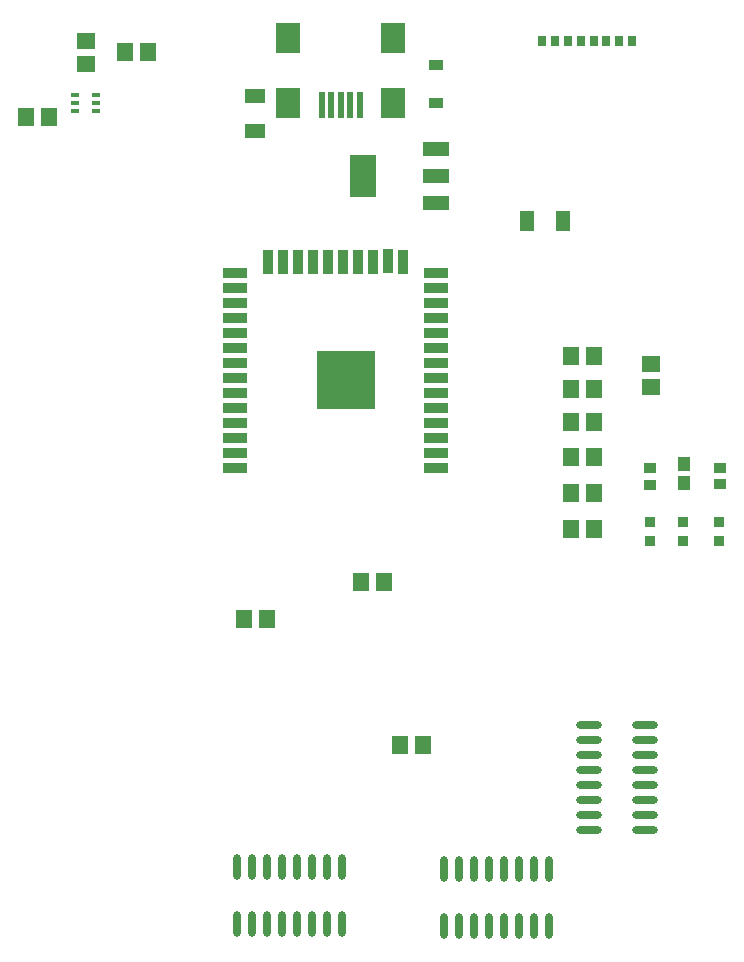
<source format=gtp>
G04 Layer_Color=7318015*
%FSLAX24Y24*%
%MOIN*%
G70*
G01*
G75*
%ADD10R,0.0709X0.0453*%
%ADD11R,0.0532X0.0610*%
%ADD12R,0.0413X0.0354*%
%ADD13R,0.0413X0.0453*%
%ADD14R,0.0335X0.0335*%
%ADD15R,0.0480X0.0358*%
%ADD16O,0.0866X0.0236*%
%ADD17O,0.0236X0.0866*%
%ADD18R,0.0880X0.0480*%
%ADD19R,0.0870X0.1420*%
%ADD20R,0.0610X0.0532*%
%ADD21R,0.1969X0.1969*%
%ADD22R,0.0354X0.0787*%
%ADD23R,0.0787X0.0354*%
%ADD24R,0.0197X0.0906*%
%ADD25R,0.0787X0.0984*%
%ADD26R,0.0276X0.0374*%
%ADD27R,0.0453X0.0709*%
%ADD28R,0.0260X0.0118*%
D10*
X18819Y44921D02*
D03*
Y46102D02*
D03*
D11*
X24439Y24449D02*
D03*
X23671D02*
D03*
X23140Y29882D02*
D03*
X22372D02*
D03*
X30148Y31654D02*
D03*
X29380D02*
D03*
X30148Y32874D02*
D03*
X29380D02*
D03*
X30148Y34055D02*
D03*
X29380D02*
D03*
X30148Y35236D02*
D03*
X29380D02*
D03*
X30148Y36339D02*
D03*
X29380D02*
D03*
X30148Y37441D02*
D03*
X29380D02*
D03*
X14498Y47559D02*
D03*
X15266D02*
D03*
X18474Y28661D02*
D03*
X19242D02*
D03*
X11191Y45394D02*
D03*
X11959D02*
D03*
D12*
X32008Y33140D02*
D03*
Y33711D02*
D03*
X34331Y33159D02*
D03*
Y33691D02*
D03*
D13*
X33150Y33829D02*
D03*
Y33179D02*
D03*
D14*
X34291Y31260D02*
D03*
Y31890D02*
D03*
X33110Y31260D02*
D03*
Y31890D02*
D03*
X32008Y31260D02*
D03*
Y31890D02*
D03*
D15*
X24882Y45850D02*
D03*
Y47142D02*
D03*
D16*
X31850Y21636D02*
D03*
Y22136D02*
D03*
Y22636D02*
D03*
Y23136D02*
D03*
Y23636D02*
D03*
Y24136D02*
D03*
Y24636D02*
D03*
Y25136D02*
D03*
X29961Y21636D02*
D03*
Y22136D02*
D03*
Y22636D02*
D03*
Y23136D02*
D03*
Y23636D02*
D03*
Y24136D02*
D03*
Y24636D02*
D03*
Y25136D02*
D03*
D17*
X25140Y18425D02*
D03*
X25640D02*
D03*
X26140D02*
D03*
X26640D02*
D03*
X27140D02*
D03*
X27640D02*
D03*
X28140D02*
D03*
X28640D02*
D03*
X25140Y20315D02*
D03*
X25640D02*
D03*
X26140D02*
D03*
X26640D02*
D03*
X27140D02*
D03*
X27640D02*
D03*
X28140D02*
D03*
X28640D02*
D03*
X18250Y18504D02*
D03*
X18750D02*
D03*
X19250D02*
D03*
X19750D02*
D03*
X20250D02*
D03*
X20750D02*
D03*
X21250D02*
D03*
X21750D02*
D03*
X18250Y20394D02*
D03*
X18750D02*
D03*
X19250D02*
D03*
X19750D02*
D03*
X20250D02*
D03*
X20750D02*
D03*
X21250D02*
D03*
X21750D02*
D03*
D18*
X24881Y42515D02*
D03*
Y43425D02*
D03*
Y44335D02*
D03*
D19*
X22431Y43425D02*
D03*
D20*
X32047Y37156D02*
D03*
Y36388D02*
D03*
X13189Y47175D02*
D03*
Y47943D02*
D03*
D21*
X21884Y36632D02*
D03*
D22*
X19257Y40576D02*
D03*
X23757D02*
D03*
X23257Y40582D02*
D03*
X22757Y40576D02*
D03*
X22257D02*
D03*
X21757D02*
D03*
X21257D02*
D03*
X20757D02*
D03*
X20257D02*
D03*
X19757D02*
D03*
D23*
X18161Y40182D02*
D03*
Y33682D02*
D03*
Y34182D02*
D03*
Y34682D02*
D03*
Y35182D02*
D03*
Y35682D02*
D03*
Y36182D02*
D03*
Y36682D02*
D03*
Y37182D02*
D03*
Y37682D02*
D03*
Y38182D02*
D03*
Y38682D02*
D03*
Y39182D02*
D03*
Y39682D02*
D03*
X24854D02*
D03*
Y39182D02*
D03*
Y38682D02*
D03*
Y38182D02*
D03*
Y37682D02*
D03*
Y37182D02*
D03*
Y36682D02*
D03*
Y36182D02*
D03*
Y35682D02*
D03*
Y35182D02*
D03*
Y34682D02*
D03*
Y34182D02*
D03*
Y33682D02*
D03*
Y40182D02*
D03*
D24*
X22323Y45787D02*
D03*
X21378D02*
D03*
X21063D02*
D03*
X22008D02*
D03*
X21693D02*
D03*
D25*
X23445Y45866D02*
D03*
X19941D02*
D03*
X23445Y48032D02*
D03*
X19941D02*
D03*
D26*
X28386Y47913D02*
D03*
X28819D02*
D03*
X29252D02*
D03*
X29685D02*
D03*
X30118D02*
D03*
X30551D02*
D03*
X30984D02*
D03*
X31417D02*
D03*
D27*
X27913Y41929D02*
D03*
X29094D02*
D03*
D28*
X12827Y46122D02*
D03*
Y45866D02*
D03*
Y45610D02*
D03*
X13551D02*
D03*
Y45866D02*
D03*
Y46122D02*
D03*
M02*

</source>
